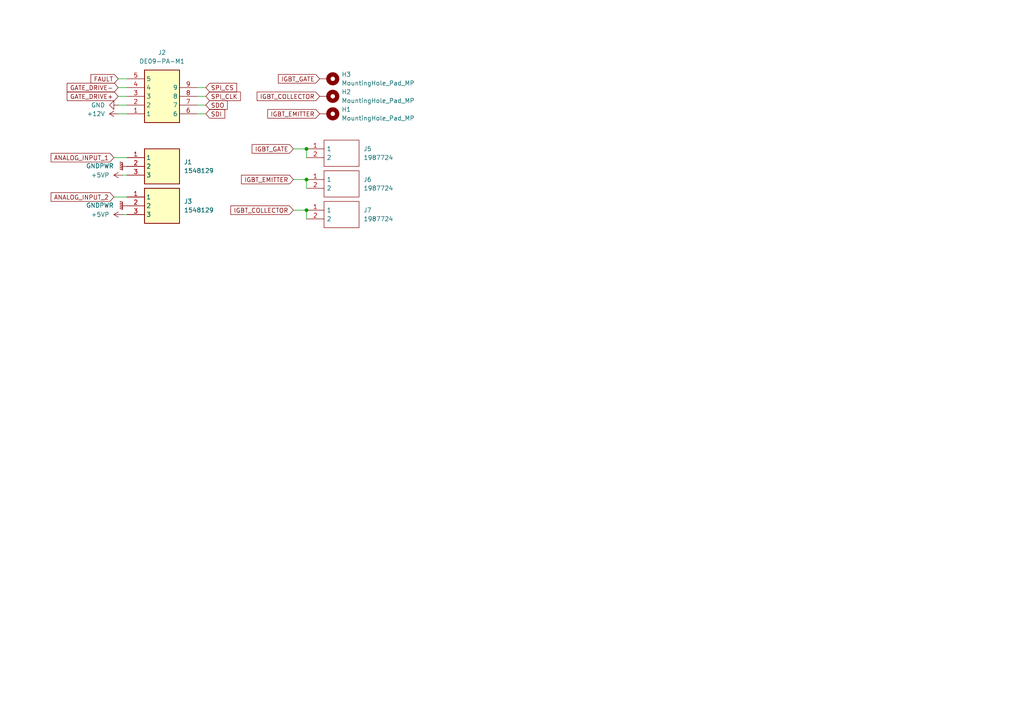
<source format=kicad_sch>
(kicad_sch (version 20250114) (generator "eeschema") (generator_version "9.0")
  (paper "A4")
  (lib_symbols
    (symbol "InverterCom:1548129"
      (property "Reference" "J" (at 16.51 7.62 0))
      (property "Value" "1548129" (at 16.51 5.08 0))
      (symbol "1548129_1_1"
        (rectangle (start 5.08 2.54) (end 15.24 -7.62) (stroke (width 0.254)) (fill (type background)))
        (pin passive line (at 0 0 0) (length 5.08) (name "1") (number "1"))
        (pin passive line (at 0 -2.54 0) (length 5.08) (name "2") (number "2"))
        (pin passive line (at 0 -5.08 0) (length 5.08) (name "3") (number "3"))
      )
    )
    (symbol "InverterCom:1987724" (pin_names (offset 0.762))
      (property "Reference" "J" (at 16.51 7.62 0))
      (property "Value" "1987724" (at 16.51 5.08 0))
      (symbol "1987724_0_0"
        (pin passive line (at 0 0 0) (length 5.08) (name "1") (number "1"))
        (pin passive line (at 0 -2.54 0) (length 5.08) (name "2") (number "2"))
      )
      (symbol "1987724_0_1"
        (polyline (pts (xy 5.08 2.54) (xy 15.24 2.54) (xy 15.24 -5.08) (xy 5.08 -5.08) (xy 5.08 2.54)) (stroke (width 0.1524)))
      )
    )
    (symbol "InverterCom:DE09-PA-M1"
      (property "Reference" "J" (at 16.51 7.62 0))
      (property "Value" "DE09-PA-M1" (at 16.51 5.08 0))
      (symbol "DE09-PA-M1_1_1"
        (rectangle (start 5.08 2.54) (end 15.24 -12.7) (stroke (width 0.254)) (fill (type background)))
        (pin passive line (at 0 0 0) (length 5.08) (name "6") (number "6"))
        (pin passive line (at 0 -2.54 0) (length 5.08) (name "7") (number "7"))
        (pin passive line (at 0 -5.08 0) (length 5.08) (name "8") (number "8"))
        (pin passive line (at 0 -7.62 0) (length 5.08) (name "9") (number "9"))
        (pin passive line (at 20.32 0 180) (length 5.08) (name "1") (number "1"))
        (pin passive line (at 20.32 -2.54 180) (length 5.08) (name "2") (number "2"))
        (pin passive line (at 20.32 -5.08 180) (length 5.08) (name "3") (number "3"))
        (pin passive line (at 20.32 -7.62 180) (length 5.08) (name "4") (number "4"))
        (pin passive line (at 20.32 -10.16 180) (length 5.08) (name "5") (number "5"))
      )
    )
    (symbol "Mechanical:MountingHole_Pad_MP" (pin_numbers (hide yes)) (pin_names (offset 1.016) (hide yes)) (in_bom no)
      (property "Reference" "H" (at 0 6.35 0))
      (property "Value" "MountingHole_Pad_MP" (at 0 4.445 0))
      (symbol "MountingHole_Pad_MP_0_1"
        (circle (center 0 1.27) (radius 1.27) (stroke (width 1.27)))
      )
      (symbol "MountingHole_Pad_MP_1_1"
        (pin input line (at 0 -2.54 90) (length 2.54) (name "MP") (number "MP"))
      )
    )
    (symbol "power:+12V" (power) (pin_numbers (hide yes)) (pin_names (offset 0) (hide yes))
      (property "Value" "+12V" (at 0 3.556 0))
      (symbol "+12V_0_1"
        (polyline (pts (xy -0.762 1.27) (xy 0 2.54)))
        (polyline (pts (xy 0 2.54) (xy 0.762 1.27)))
        (polyline (pts (xy 0 0) (xy 0 2.54)))
      )
      (symbol "+12V_1_1"
        (pin power_in line (at 0 0 90) (length 0) (name "~") (number "1"))
      )
    )
    (symbol "power:+5VP" (power) (pin_numbers (hide yes)) (pin_names (offset 0) (hide yes))
      (property "Value" "+5VP" (at 0 3.556 0))
      (symbol "+5VP_0_1"
        (polyline (pts (xy -0.762 1.27) (xy 0 2.54)))
        (polyline (pts (xy 0 2.54) (xy 0.762 1.27)))
        (polyline (pts (xy 0 0) (xy 0 2.54)))
      )
      (symbol "+5VP_1_1"
        (pin power_in line (at 0 0 90) (length 0) (name "~") (number "1"))
      )
    )
    (symbol "power:GND" (power) (pin_numbers (hide yes)) (pin_names (offset 0) (hide yes))
      (property "Value" "GND" (at 0 -3.81 0))
      (symbol "GND_0_1"
        (polyline (pts (xy 0 0) (xy 0 -1.27) (xy 1.27 -1.27) (xy 0 -2.54) (xy -1.27 -1.27) (xy 0 -1.27)))
      )
      (symbol "GND_1_1"
        (pin power_in line (at 0 0 270) (length 0) (name "~") (number "1"))
      )
    )
    (symbol "power:GNDPWR" (power) (pin_numbers (hide yes)) (pin_names (offset 0) (hide yes))
      (property "Value" "GNDPWR" (at 0 -3.302 0))
      (symbol "GNDPWR_0_1"
        (polyline (pts (xy -1.016 -1.27) (xy -1.27 -2.032) (xy -1.27 -2.032)) (stroke (width 0.2032)))
        (polyline (pts (xy -0.508 -1.27) (xy -0.762 -2.032) (xy -0.762 -2.032)) (stroke (width 0.2032)))
        (polyline (pts (xy 0 -1.27) (xy 0 0)))
        (polyline (pts (xy 0 -1.27) (xy -0.254 -2.032) (xy -0.254 -2.032)) (stroke (width 0.2032)))
        (polyline (pts (xy 0.508 -1.27) (xy 0.254 -2.032) (xy 0.254 -2.032)) (stroke (width 0.2032)))
        (polyline (pts (xy 1.016 -1.27) (xy -1.016 -1.27) (xy -1.016 -1.27)) (stroke (width 0.2032)))
        (polyline (pts (xy 1.016 -1.27) (xy 0.762 -2.032) (xy 0.762 -2.032) (xy 0.762 -2.032)) (stroke (width 0.2032)))
      )
      (symbol "GNDPWR_1_1"
        (pin power_in line (at 0 0 270) (length 0) (name "~") (number "1"))
      )
    )
  )
  (junction (at 88.9 43.18))
  (junction (at 88.9 60.96))
  (junction (at 88.9 52.07))
  (wire (pts (xy 85.09 52.07) (xy 88.9 52.07)))
  (wire (pts (xy 59.69 25.4) (xy 57.15 25.4)))
  (wire (pts (xy 34.29 30.48) (xy 36.83 30.48)))
  (wire (pts (xy 35.56 62.23) (xy 36.83 62.23)))
  (wire (pts (xy 33.02 57.15) (xy 36.83 57.15)))
  (wire (pts (xy 88.9 43.18) (xy 88.9 45.72)))
  (wire (pts (xy 34.29 22.86) (xy 36.83 22.86)))
  (wire (pts (xy 57.15 33.02) (xy 59.69 33.02)))
  (wire (pts (xy 57.15 30.48) (xy 59.69 30.48)))
  (wire (pts (xy 36.83 25.4) (xy 34.29 25.4)))
  (wire (pts (xy 88.9 52.07) (xy 88.9 54.61)))
  (wire (pts (xy 36.83 27.94) (xy 34.29 27.94)))
  (wire (pts (xy 35.56 50.8) (xy 36.83 50.8)))
  (wire (pts (xy 33.02 45.72) (xy 36.83 45.72)))
  (wire (pts (xy 59.69 27.94) (xy 57.15 27.94)))
  (wire (pts (xy 85.09 60.96) (xy 88.9 60.96)))
  (wire (pts (xy 88.9 60.96) (xy 88.9 63.5)))
  (wire (pts (xy 85.09 43.18) (xy 88.9 43.18)))
  (wire (pts (xy 34.29 33.02) (xy 36.83 33.02)))
  (global_label "FAULT" (shape input) (at 34.29 22.86 180) (property "Intersheetrefs" "${INTERSHEET_REFS}" (effects (hide yes))))
  (global_label "ANALOG_INPUT_2" (shape input) (at 33.02 57.15 180) (property "Intersheetrefs" "${INTERSHEET_REFS}" (effects (hide yes))))
  (global_label "IGBT_GATE" (shape input) (at 85.09 43.18 180) (property "Intersheetrefs" "${INTERSHEET_REFS}" (effects (hide yes))))
  (global_label "ANALOG_INPUT_1" (shape input) (at 33.02 45.72 180) (property "Intersheetrefs" "${INTERSHEET_REFS}" (effects (hide yes))))
  (global_label "IGBT_EMITTER" (shape input) (at 92.71 33.02 180) (property "Intersheetrefs" "${INTERSHEET_REFS}" (effects (hide yes))))
  (global_label "IGBT_GATE" (shape input) (at 92.71 22.86 180) (property "Intersheetrefs" "${INTERSHEET_REFS}" (effects (hide yes))))
  (global_label "IGBT_COLLECTOR" (shape input) (at 85.09 60.96 180) (property "Intersheetrefs" "${INTERSHEET_REFS}" (effects (hide yes))))
  (global_label "IGBT_COLLECTOR" (shape input) (at 92.71 27.94 180) (property "Intersheetrefs" "${INTERSHEET_REFS}" (effects (hide yes))))
  (global_label "SDO" (shape input) (at 59.69 30.48 0) (property "Intersheetrefs" "${INTERSHEET_REFS}" (effects (hide yes))))
  (global_label "SPI_CLK" (shape input) (at 59.69 27.94 0) (property "Intersheetrefs" "${INTERSHEET_REFS}" (effects (hide yes))))
  (global_label "IGBT_EMITTER" (shape input) (at 85.09 52.07 180) (property "Intersheetrefs" "${INTERSHEET_REFS}" (effects (hide yes))))
  (global_label "GATE_DRIVE+" (shape input) (at 34.29 27.94 180) (property "Intersheetrefs" "${INTERSHEET_REFS}" (effects (hide yes))))
  (global_label "SPI_CS" (shape input) (at 59.69 25.4 0) (property "Intersheetrefs" "${INTERSHEET_REFS}" (effects (hide yes))))
  (global_label "GATE_DRIVE-" (shape input) (at 34.29 25.4 180) (property "Intersheetrefs" "${INTERSHEET_REFS}" (effects (hide yes))))
  (global_label "SDI" (shape input) (at 59.69 33.02 0) (property "Intersheetrefs" "${INTERSHEET_REFS}" (effects (hide yes))))
  (symbol (lib_id "Mechanical:MountingHole_Pad_MP") (at 95.25 27.94 270) (unit 1) (in_bom no)
    (property "Reference" "H2" (at 99.06 26.6699 90) (effects (justify left)))
    (property "Value" "MountingHole_Pad_MP" (at 99.06 29.2099 90) (effects (justify left)))
    (property "Description" "Mounting Hole with connection as pad named MP" (effects (hide yes)))
  )
  (symbol (lib_id "power:GNDPWR") (at 36.83 48.26 270) (unit 1)
    (property "Reference" "#PWR075" (effects (hide yes)))
    (property "Value" "GNDPWR" (at 33.02 48.1329 90) (effects (justify right)))
    (property "Description" "Power symbol creates a global label with name \"GNDPWR\" , global ground" (effects (hide yes)))
  )
  (symbol (lib_id "power:GND") (at 34.29 30.48 270) (unit 1)
    (property "Reference" "#PWR036" (effects (hide yes)))
    (property "Value" "GND" (at 30.48 30.4799 90) (effects (justify right)))
    (property "Description" "Power symbol creates a global label with name \"GND\" , ground" (effects (hide yes)))
  )
  (symbol (lib_id "power:+5VP") (at 35.56 62.23 90) (unit 1)
    (property "Reference" "#PWR03" (effects (hide yes)))
    (property "Value" "+5VP" (at 31.75 62.2299 90) (effects (justify left)))
    (property "Description" "Power symbol creates a global label with name \"+5VP\"" (effects (hide yes)))
  )
  (symbol (lib_id "InverterCom:1987724") (at 88.9 52.07 0) (unit 1)
    (property "Reference" "J6" (at 105.41 52.0699 0) (effects (justify left)))
    (property "Value" "1987724" (at 105.41 54.6099 0) (effects (justify left)))
    (property "Footprint" "1987724" (effects (hide yes)))
    (property "Datasheet" "https://datasheet.datasheetarchive.com/originals/distributors/Datasheets-DGA18/1075322.pdf" (effects (hide yes)))
    (property "Description" "Phoenix Contact PT 2.5/ 2-5.0-V PCB Terminal Block, 2 Way/Pole, Screw Terminals, 20  10 AWG Through Hole," (effects (hide yes)))
    (property "Description_1" "Phoenix Contact PT 2.5/ 2-5.0-V PCB Terminal Block, 2 Way/Pole, Screw Terminals, 20  10 AWG Through Hole," (effects (hide yes)))
    (property "Height" "9.15" (effects (hide yes)))
    (property "Mouser Part Number" "651-1987724" (effects (hide yes)))
    (property "Mouser Price/Stock" "https://www.mouser.co.uk/ProductDetail/Phoenix-Contact/1987724?qs=gjk32EaArKIePzXcIKo3jg%3D%3D" (effects (hide yes)))
    (property "Manufacturer_Name" "Phoenix Contact" (effects (hide yes)))
    (property "Manufacturer_Part_Number" "1987724" (effects (hide yes)))
  )
  (symbol (lib_id "InverterCom:1987724") (at 88.9 43.18 0) (unit 1)
    (property "Reference" "J5" (at 105.41 43.1799 0) (effects (justify left)))
    (property "Value" "1987724" (at 105.41 45.7199 0) (effects (justify left)))
    (property "Footprint" "1987724" (effects (hide yes)))
    (property "Datasheet" "https://datasheet.datasheetarchive.com/originals/distributors/Datasheets-DGA18/1075322.pdf" (effects (hide yes)))
    (property "Description" "Phoenix Contact PT 2.5/ 2-5.0-V PCB Terminal Block, 2 Way/Pole, Screw Terminals, 20  10 AWG Through Hole," (effects (hide yes)))
    (property "Description_1" "Phoenix Contact PT 2.5/ 2-5.0-V PCB Terminal Block, 2 Way/Pole, Screw Terminals, 20  10 AWG Through Hole," (effects (hide yes)))
    (property "Height" "9.15" (effects (hide yes)))
    (property "Mouser Part Number" "651-1987724" (effects (hide yes)))
    (property "Mouser Price/Stock" "https://www.mouser.co.uk/ProductDetail/Phoenix-Contact/1987724?qs=gjk32EaArKIePzXcIKo3jg%3D%3D" (effects (hide yes)))
    (property "Manufacturer_Name" "Phoenix Contact" (effects (hide yes)))
    (property "Manufacturer_Part_Number" "1987724" (effects (hide yes)))
  )
  (symbol (lib_id "InverterCom:1548129") (at 36.83 57.15 0) (unit 1)
    (property "Reference" "J3" (at 53.34 58.4199 0) (effects (justify left)))
    (property "Value" "1548129" (at 53.34 60.9599 0) (effects (justify left)))
    (property "Footprint" "1548129" (effects (hide yes)))
    (property "Datasheet" "https://www.phoenixcontact.com/en-in/products/pcb-terminal-block-mkdsn-15-3-508-spe-1548129" (effects (hide yes)))
    (property "Description" "Pluggable Terminal Blocks MKDSN 1,5/ 3-5,08 SPE" (effects (hide yes)))
    (property "Height" "10.15" (effects (hide yes)))
    (property "Mouser Part Number" "651-1548129" (effects (hide yes)))
    (property "Mouser Price/Stock" "https://www.mouser.co.uk/ProductDetail/Phoenix-Contact/1548129?qs=ulEaXIWI0c%2FYtJCBk3iUtQ%3D%3D" (effects (hide yes)))
    (property "Manufacturer_Name" "Phoenix Contact" (effects (hide yes)))
    (property "Manufacturer_Part_Number" "1548129" (effects (hide yes)))
  )
  (symbol (lib_id "power:+5VP") (at 35.56 50.8 90) (unit 1)
    (property "Reference" "#PWR02" (effects (hide yes)))
    (property "Value" "+5VP" (at 31.75 50.7999 90) (effects (justify left)))
    (property "Description" "Power symbol creates a global label with name \"+5VP\"" (effects (hide yes)))
  )
  (symbol (lib_id "InverterCom:DE09-PA-M1") (at 57.15 33.02 180) (unit 1)
    (property "Reference" "J2" (at 46.99 15.24 0))
    (property "Value" "DE09-PA-M1" (at 46.99 17.78 0))
    (property "Footprint" "InverterCom:DE09PAM1" (effects (hide yes)))
    (property "Datasheet" "https://app.adam-tech.com/products/download/data_sheet/198632/dxxx-pa-m1-data-sheet.pdf" (effects (hide yes)))
    (property "Description" "9 Position D-Sub Plug, Male Pins Connector , UL94 V-0 , 250VAC  , -65C ~ 125C" (effects (hide yes)))
    (property "Height" "12.4714" (effects (hide yes)))
    (property "Mouser Part Number" "737-DE09-PA-M1" (effects (hide yes)))
    (property "Mouser Price/Stock" "https://www.mouser.co.uk/ProductDetail/Adam-Tech/DE09-PA-M1?qs=HoCaDK9Nz5dJl%252BJp%252BOux4g%3D%3D" (effects (hide yes)))
    (property "Manufacturer_Name" "Adam Tech" (effects (hide yes)))
    (property "Manufacturer_Part_Number" "DE09-PA-M1" (effects (hide yes)))
  )
  (symbol (lib_id "power:GNDPWR") (at 36.83 59.69 270) (unit 1)
    (property "Reference" "#PWR079" (effects (hide yes)))
    (property "Value" "GNDPWR" (at 33.02 59.5629 90) (effects (justify right)))
    (property "Description" "Power symbol creates a global label with name \"GNDPWR\" , global ground" (effects (hide yes)))
  )
  (symbol (lib_id "Mechanical:MountingHole_Pad_MP") (at 95.25 22.86 270) (unit 1) (in_bom no)
    (property "Reference" "H3" (at 99.06 21.5899 90) (effects (justify left)))
    (property "Value" "MountingHole_Pad_MP" (at 99.06 24.1299 90) (effects (justify left)))
    (property "Description" "Mounting Hole with connection as pad named MP" (effects (hide yes)))
  )
  (symbol (lib_id "InverterCom:1548129") (at 36.83 45.72 0) (unit 1)
    (property "Reference" "J1" (at 53.34 46.9899 0) (effects (justify left)))
    (property "Value" "1548129" (at 53.34 49.5299 0) (effects (justify left)))
    (property "Footprint" "1548129" (effects (hide yes)))
    (property "Datasheet" "https://www.phoenixcontact.com/en-in/products/pcb-terminal-block-mkdsn-15-3-508-spe-1548129" (effects (hide yes)))
    (property "Description" "Pluggable Terminal Blocks MKDSN 1,5/ 3-5,08 SPE" (effects (hide yes)))
    (property "Height" "10.15" (effects (hide yes)))
    (property "Mouser Part Number" "651-1548129" (effects (hide yes)))
    (property "Mouser Price/Stock" "https://www.mouser.co.uk/ProductDetail/Phoenix-Contact/1548129?qs=ulEaXIWI0c%2FYtJCBk3iUtQ%3D%3D" (effects (hide yes)))
    (property "Manufacturer_Name" "Phoenix Contact" (effects (hide yes)))
    (property "Manufacturer_Part_Number" "1548129" (effects (hide yes)))
  )
  (symbol (lib_id "InverterCom:1987724") (at 88.9 60.96 0) (unit 1)
    (property "Reference" "J7" (at 105.41 60.9599 0) (effects (justify left)))
    (property "Value" "1987724" (at 105.41 63.4999 0) (effects (justify left)))
    (property "Footprint" "1987724" (effects (hide yes)))
    (property "Datasheet" "https://datasheet.datasheetarchive.com/originals/distributors/Datasheets-DGA18/1075322.pdf" (effects (hide yes)))
    (property "Description" "Phoenix Contact PT 2.5/ 2-5.0-V PCB Terminal Block, 2 Way/Pole, Screw Terminals, 20  10 AWG Through Hole," (effects (hide yes)))
    (property "Description_1" "Phoenix Contact PT 2.5/ 2-5.0-V PCB Terminal Block, 2 Way/Pole, Screw Terminals, 20  10 AWG Through Hole," (effects (hide yes)))
    (property "Height" "9.15" (effects (hide yes)))
    (property "Mouser Part Number" "651-1987724" (effects (hide yes)))
    (property "Mouser Price/Stock" "https://www.mouser.co.uk/ProductDetail/Phoenix-Contact/1987724?qs=gjk32EaArKIePzXcIKo3jg%3D%3D" (effects (hide yes)))
    (property "Manufacturer_Name" "Phoenix Contact" (effects (hide yes)))
    (property "Manufacturer_Part_Number" "1987724" (effects (hide yes)))
  )
  (symbol (lib_id "power:+12V") (at 34.29 33.02 90) (unit 1)
    (property "Reference" "#PWR037" (effects (hide yes)))
    (property "Value" "+12V" (at 30.48 33.0199 90) (effects (justify left)))
    (property "Description" "Power symbol creates a global label with name \"+12V\"" (effects (hide yes)))
  )
  (symbol (lib_id "Mechanical:MountingHole_Pad_MP") (at 95.25 33.02 270) (unit 1) (in_bom no)
    (property "Reference" "H1" (at 99.06 31.7499 90) (effects (justify left)))
    (property "Value" "MountingHole_Pad_MP" (at 99.06 34.2899 90) (effects (justify left)))
    (property "Description" "Mounting Hole with connection as pad named MP" (effects (hide yes)))
  )
)
</source>
